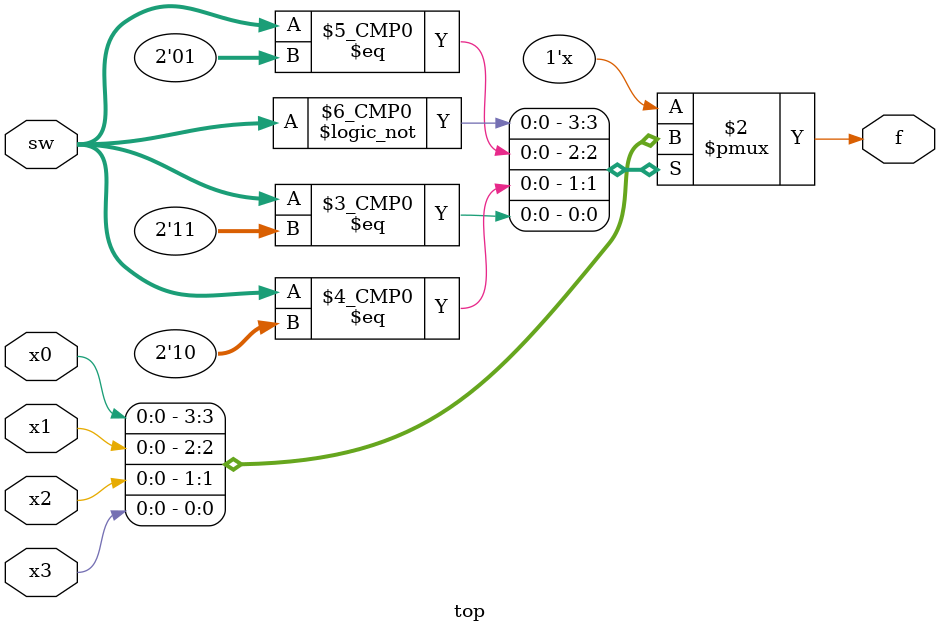
<source format=v>
module top(
    input               [1:0]       sw              ,
    input                           x0              ,
    input                           x1              ,
    input                           x2              ,
    input                           x3              ,
    output      reg                 f               
);

always@(*) begin
    case(sw)
        2'b00:  f   =   x0;
        2'b01:  f   =   x1;
        2'b10:  f   =   x2;
        2'b11:  f   =   x3;
        default:f   =   1'b0;
    endcase
end

endmodule

</source>
